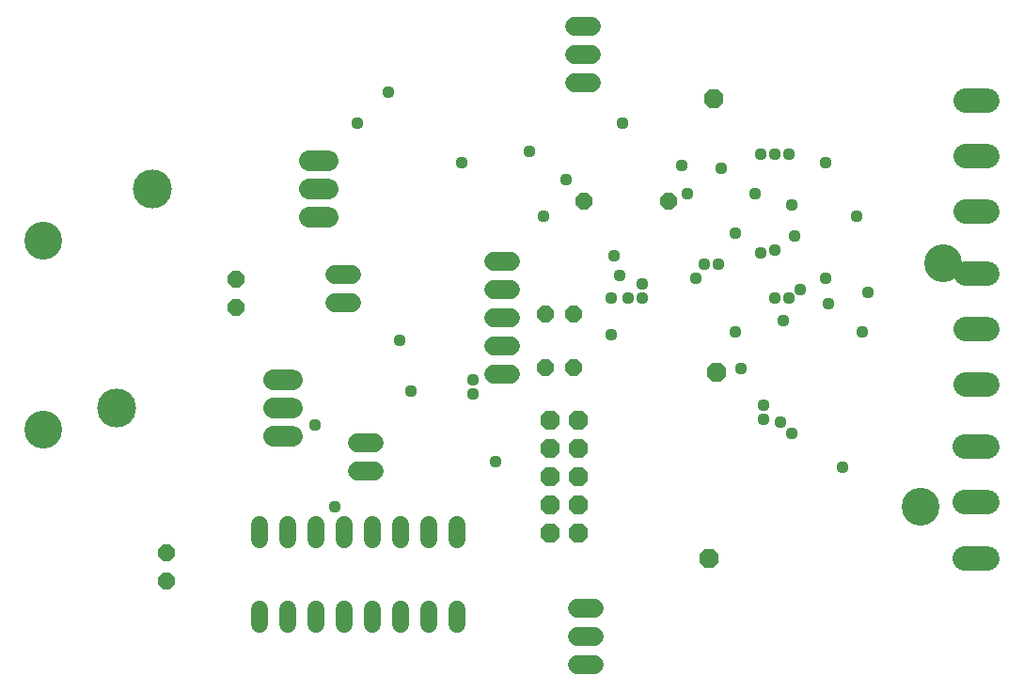
<source format=gbs>
G75*
G70*
%OFA0B0*%
%FSLAX24Y24*%
%IPPOS*%
%LPD*%
%AMOC8*
5,1,8,0,0,1.08239X$1,22.5*
%
%ADD10C,0.1340*%
%ADD11C,0.0600*%
%ADD12C,0.0740*%
%ADD13C,0.1380*%
%ADD14OC8,0.0680*%
%ADD15OC8,0.0600*%
%ADD16C,0.0680*%
%ADD17C,0.0860*%
%ADD18C,0.0437*%
D10*
X002120Y009368D03*
X002120Y016060D03*
X033222Y006612D03*
X034009Y015273D03*
D11*
X016785Y005986D02*
X016785Y005466D01*
X015785Y005466D02*
X015785Y005986D01*
X014785Y005986D02*
X014785Y005466D01*
X013785Y005466D02*
X013785Y005986D01*
X012785Y005986D02*
X012785Y005466D01*
X011785Y005466D02*
X011785Y005986D01*
X010785Y005986D02*
X010785Y005466D01*
X009785Y005466D02*
X009785Y005986D01*
X009785Y002986D02*
X009785Y002466D01*
X010785Y002466D02*
X010785Y002986D01*
X011785Y002986D02*
X011785Y002466D01*
X012785Y002466D02*
X012785Y002986D01*
X013785Y002986D02*
X013785Y002466D01*
X014785Y002466D02*
X014785Y002986D01*
X015785Y002986D02*
X015785Y002466D01*
X016785Y002466D02*
X016785Y002986D01*
D12*
X010949Y009119D02*
X010289Y009119D01*
X010289Y010119D02*
X010949Y010119D01*
X010949Y011119D02*
X010289Y011119D01*
X011556Y016882D02*
X012216Y016882D01*
X012216Y017882D02*
X011556Y017882D01*
X011556Y018882D02*
X012216Y018882D01*
D13*
X005986Y017882D03*
X004719Y010119D03*
D14*
X020096Y009710D03*
X021096Y009710D03*
X021096Y008710D03*
X020096Y008710D03*
X020096Y007710D03*
X021096Y007710D03*
X021096Y006710D03*
X020096Y006710D03*
X020096Y005710D03*
X021096Y005710D03*
X025724Y004778D03*
X025997Y011399D03*
X025877Y021077D03*
D15*
X006486Y004009D03*
X006486Y005009D03*
X008966Y013679D03*
X008966Y014679D03*
X019911Y013455D03*
X020911Y013455D03*
X020911Y011555D03*
X019911Y011555D03*
X021292Y017476D03*
X024292Y017476D03*
D16*
X018672Y015340D02*
X018072Y015340D01*
X018072Y014340D02*
X018672Y014340D01*
X018672Y013340D02*
X018072Y013340D01*
X018072Y012340D02*
X018672Y012340D01*
X018672Y011340D02*
X018072Y011340D01*
X013853Y008903D02*
X013253Y008903D01*
X013253Y007903D02*
X013853Y007903D01*
X021046Y003017D02*
X021646Y003017D01*
X021646Y002017D02*
X021046Y002017D01*
X021046Y001017D02*
X021646Y001017D01*
X013065Y013852D02*
X012465Y013852D01*
X012465Y014852D02*
X013065Y014852D01*
X020964Y021662D02*
X021564Y021662D01*
X021564Y022662D02*
X020964Y022662D01*
X020964Y023662D02*
X021564Y023662D01*
D17*
X034817Y021041D02*
X035597Y021041D01*
X035597Y019071D02*
X034817Y019071D01*
X034817Y017101D02*
X035597Y017101D01*
X035586Y014895D02*
X034806Y014895D01*
X034806Y012925D02*
X035586Y012925D01*
X035586Y010955D02*
X034806Y010955D01*
X034796Y008750D02*
X035576Y008750D01*
X035576Y006780D02*
X034796Y006780D01*
X034796Y004810D02*
X035576Y004810D01*
D18*
X030451Y008012D03*
X028651Y009212D03*
X028251Y009612D03*
X027651Y009712D03*
X027651Y010212D03*
X026851Y011512D03*
X026651Y012812D03*
X028351Y013212D03*
X028551Y014012D03*
X028051Y014012D03*
X028951Y014312D03*
X029851Y014712D03*
X029951Y013812D03*
X031351Y014212D03*
X031151Y012812D03*
X027551Y015612D03*
X028051Y015712D03*
X028751Y016212D03*
X028651Y017312D03*
X027351Y017712D03*
X026151Y018612D03*
X027551Y019112D03*
X028051Y019112D03*
X028551Y019112D03*
X029851Y018812D03*
X030951Y016912D03*
X026651Y016312D03*
X026051Y015212D03*
X025551Y015212D03*
X025251Y014712D03*
X023351Y014512D03*
X023351Y014012D03*
X022851Y014012D03*
X022251Y014012D03*
X022551Y014812D03*
X022351Y015512D03*
X019851Y016912D03*
X020651Y018212D03*
X019351Y019212D03*
X016951Y018812D03*
X013251Y020212D03*
X014351Y021312D03*
X022651Y020212D03*
X024751Y018712D03*
X024951Y017712D03*
X022251Y012712D03*
X017351Y011112D03*
X017351Y010612D03*
X015151Y010712D03*
X014751Y012512D03*
X011751Y009512D03*
X012451Y006612D03*
X018151Y008212D03*
M02*

</source>
